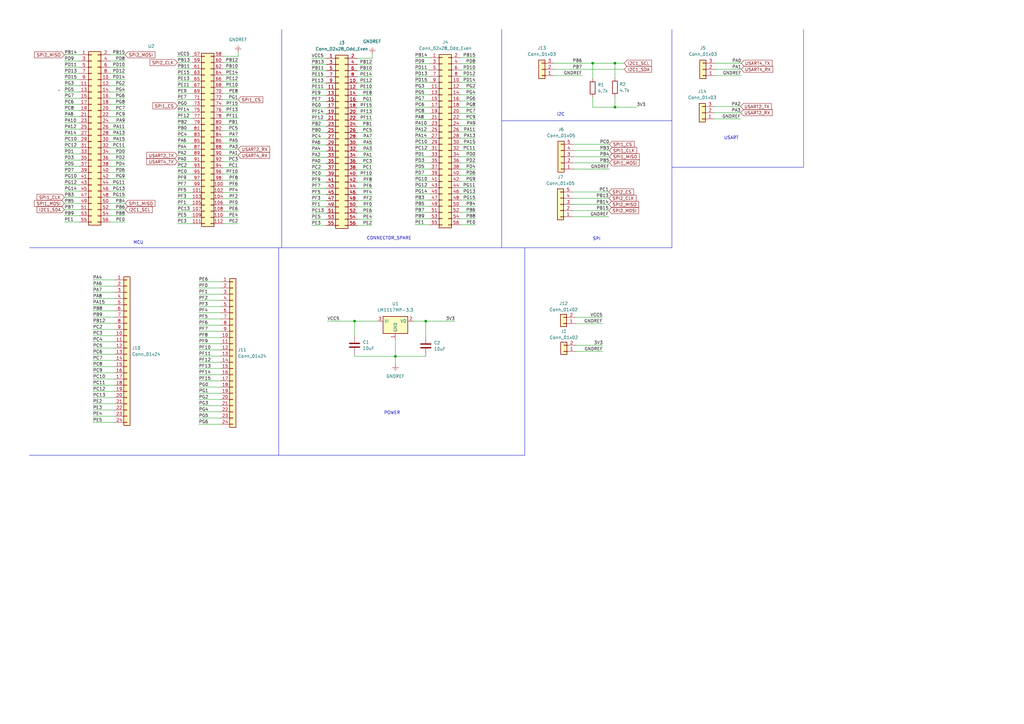
<source format=kicad_sch>
(kicad_sch (version 20230121) (generator eeschema)
  (paper "A3")
  (junction (at 174.625 131.699))
  (junction (at 243.078 25.908))
  (junction (at 145.415 131.699))
  (junction (at 252.222 43.942))
  (junction (at 252.222 25.908))
  (junction (at 162.179 146.177))
  (wire (pts (xy 236.22 132.715) (xy 247.142 132.715)))
  (wire (pts (xy 38.1 160.528) (xy 46.99 160.528)))
  (wire (pts (xy 188.976 33.782) (xy 195.072 33.782)))
  (wire (pts (xy 146.558 79.756) (xy 152.654 79.756)))
  (wire (pts (xy 72.771 23.114) (xy 78.867 23.114)))
  (wire (pts (xy 188.976 69.342) (xy 195.072 69.342)))
  (wire (pts (xy 243.078 25.908) (xy 252.222 25.908)))
  (wire (pts (xy 26.416 32.639) (xy 32.512 32.639)))
  (wire (pts (xy 26.416 75.819) (xy 32.512 75.819)))
  (wire (pts (xy 170.18 26.162) (xy 176.276 26.162)))
  (wire (pts (xy 45.212 78.359) (xy 51.308 78.359)))
  (wire (pts (xy 45.212 70.739) (xy 51.308 70.739)))
  (wire (pts (xy 26.416 78.359) (xy 32.512 78.359)))
  (wire (pts (xy 91.567 73.914) (xy 97.663 73.914)))
  (wire (pts (xy 170.18 61.722) (xy 176.276 61.722)))
  (wire (pts (xy 91.567 63.754) (xy 97.663 63.754)))
  (polyline (pts (xy 329.565 12.065) (xy 329.565 68.58)))
  (polyline (pts (xy 114.3 101.6) (xy 114.3 186.69)))
  (wire (pts (xy 235.204 66.802) (xy 249.936 66.802)))
  (wire (pts (xy 188.976 61.722) (xy 195.072 61.722)))
  (wire (pts (xy 188.976 84.582) (xy 195.072 84.582)))
  (wire (pts (xy 91.567 76.454) (xy 97.663 76.454)))
  (wire (pts (xy 146.558 51.816) (xy 152.654 51.816)))
  (wire (pts (xy 188.976 64.262) (xy 195.072 64.262)))
  (wire (pts (xy 162.179 149.479) (xy 162.179 146.177)))
  (wire (pts (xy 91.567 56.134) (xy 97.663 56.134)))
  (wire (pts (xy 127.762 56.896) (xy 133.858 56.896)))
  (polyline (pts (xy 115.57 12.065) (xy 115.57 101.6)))
  (wire (pts (xy 188.976 66.802) (xy 195.072 66.802)))
  (wire (pts (xy 72.771 71.374) (xy 78.867 71.374)))
  (wire (pts (xy 170.18 84.582) (xy 176.276 84.582)))
  (wire (pts (xy 235.204 61.722) (xy 249.936 61.722)))
  (wire (pts (xy 72.771 58.674) (xy 78.867 58.674)))
  (wire (pts (xy 81.534 168.91) (xy 90.424 168.91)))
  (wire (pts (xy 170.18 76.962) (xy 176.276 76.962)))
  (wire (pts (xy 38.1 152.908) (xy 46.99 152.908)))
  (wire (pts (xy 170.18 46.482) (xy 176.276 46.482)))
  (wire (pts (xy 227.33 25.908) (xy 243.078 25.908)))
  (wire (pts (xy 170.18 92.202) (xy 176.276 92.202)))
  (wire (pts (xy 170.18 66.802) (xy 176.276 66.802)))
  (wire (pts (xy 146.558 44.196) (xy 152.654 44.196)))
  (wire (pts (xy 81.534 166.37) (xy 90.424 166.37)))
  (wire (pts (xy 26.416 40.259) (xy 32.512 40.259)))
  (wire (pts (xy 45.212 45.339) (xy 51.308 45.339)))
  (wire (pts (xy 81.534 156.21) (xy 90.424 156.21)))
  (wire (pts (xy 38.1 130.048) (xy 46.99 130.048)))
  (wire (pts (xy 170.18 31.242) (xy 176.276 31.242)))
  (wire (pts (xy 170.18 82.042) (xy 176.276 82.042)))
  (wire (pts (xy 188.976 54.102) (xy 195.072 54.102)))
  (wire (pts (xy 227.33 30.988) (xy 238.76 30.988)))
  (wire (pts (xy 26.416 22.479) (xy 32.512 22.479)))
  (wire (pts (xy 45.212 58.039) (xy 51.308 58.039)))
  (wire (pts (xy 188.976 71.882) (xy 195.072 71.882)))
  (wire (pts (xy 145.415 131.699) (xy 145.415 137.795)))
  (wire (pts (xy 72.771 76.454) (xy 78.867 76.454)))
  (wire (pts (xy 91.567 61.214) (xy 97.663 61.214)))
  (wire (pts (xy 45.212 47.879) (xy 51.308 47.879)))
  (wire (pts (xy 26.416 27.559) (xy 32.512 27.559)))
  (wire (pts (xy 146.558 54.356) (xy 152.654 54.356)))
  (wire (pts (xy 26.416 83.439) (xy 32.512 83.439)))
  (wire (pts (xy 127.762 39.116) (xy 133.858 39.116)))
  (wire (pts (xy 72.771 38.354) (xy 78.867 38.354)))
  (wire (pts (xy 236.22 130.175) (xy 247.142 130.175)))
  (wire (pts (xy 38.1 147.828) (xy 46.99 147.828)))
  (wire (pts (xy 38.1 127.508) (xy 46.99 127.508)))
  (wire (pts (xy 252.222 43.942) (xy 261.112 43.942)))
  (wire (pts (xy 146.558 64.516) (xy 152.654 64.516)))
  (wire (pts (xy 72.771 68.834) (xy 78.867 68.834)))
  (wire (pts (xy 81.534 130.81) (xy 90.424 130.81)))
  (wire (pts (xy 45.212 37.719) (xy 51.308 37.719)))
  (wire (pts (xy 81.534 163.83) (xy 90.424 163.83)))
  (wire (pts (xy 188.976 49.022) (xy 195.072 49.022)))
  (wire (pts (xy 91.567 38.354) (xy 97.663 38.354)))
  (wire (pts (xy 72.771 48.514) (xy 78.867 48.514)))
  (wire (pts (xy 127.762 92.456) (xy 133.858 92.456)))
  (wire (pts (xy 146.558 87.376) (xy 152.654 87.376)))
  (wire (pts (xy 146.558 36.576) (xy 152.654 36.576)))
  (wire (pts (xy 81.534 153.67) (xy 90.424 153.67)))
  (wire (pts (xy 38.1 142.748) (xy 46.99 142.748)))
  (wire (pts (xy 26.416 52.959) (xy 32.512 52.959)))
  (wire (pts (xy 38.1 145.288) (xy 46.99 145.288)))
  (wire (pts (xy 91.567 71.374) (xy 97.663 71.374)))
  (wire (pts (xy 72.771 73.914) (xy 78.867 73.914)))
  (wire (pts (xy 234.95 81.28) (xy 249.682 81.28)))
  (wire (pts (xy 91.567 78.994) (xy 97.663 78.994)))
  (wire (pts (xy 72.771 61.214) (xy 78.867 61.214)))
  (wire (pts (xy 146.558 74.676) (xy 152.654 74.676)))
  (wire (pts (xy 26.416 70.739) (xy 32.512 70.739)))
  (wire (pts (xy 293.116 48.768) (xy 303.784 48.768)))
  (wire (pts (xy 188.976 38.862) (xy 195.072 38.862)))
  (wire (pts (xy 45.212 42.799) (xy 51.308 42.799)))
  (wire (pts (xy 72.771 86.614) (xy 78.867 86.614)))
  (wire (pts (xy 26.416 68.199) (xy 32.512 68.199)))
  (polyline (pts (xy 115.57 101.6) (xy 205.74 101.6)))
  (wire (pts (xy 72.771 78.994) (xy 78.867 78.994)))
  (wire (pts (xy 72.771 33.274) (xy 78.867 33.274)))
  (wire (pts (xy 38.1 157.988) (xy 46.99 157.988)))
  (wire (pts (xy 38.1 132.588) (xy 46.99 132.588)))
  (wire (pts (xy 146.558 26.416) (xy 152.654 26.416)))
  (wire (pts (xy 72.771 51.054) (xy 78.867 51.054)))
  (wire (pts (xy 127.762 82.296) (xy 133.858 82.296)))
  (wire (pts (xy 127.762 89.916) (xy 133.858 89.916)))
  (wire (pts (xy 293.37 30.988) (xy 304.038 30.988)))
  (wire (pts (xy 127.762 46.736) (xy 133.858 46.736)))
  (wire (pts (xy 81.534 123.19) (xy 90.424 123.19)))
  (wire (pts (xy 170.18 51.562) (xy 176.276 51.562)))
  (wire (pts (xy 188.976 59.182) (xy 195.072 59.182)))
  (wire (pts (xy 293.37 28.448) (xy 304.038 28.448)))
  (wire (pts (xy 146.558 89.916) (xy 152.654 89.916)))
  (wire (pts (xy 293.116 43.688) (xy 303.784 43.688)))
  (wire (pts (xy 234.95 88.9) (xy 249.682 88.9)))
  (wire (pts (xy 38.1 150.368) (xy 46.99 150.368)))
  (wire (pts (xy 45.212 30.099) (xy 51.308 30.099)))
  (wire (pts (xy 235.204 64.262) (xy 249.936 64.262)))
  (wire (pts (xy 188.976 43.942) (xy 195.072 43.942)))
  (wire (pts (xy 188.976 76.962) (xy 195.072 76.962)))
  (wire (pts (xy 243.078 25.908) (xy 243.078 32.258)))
  (wire (pts (xy 91.567 68.834) (xy 97.663 68.834)))
  (wire (pts (xy 38.1 140.208) (xy 46.99 140.208)))
  (wire (pts (xy 26.416 73.279) (xy 32.512 73.279)))
  (wire (pts (xy 45.212 65.659) (xy 51.308 65.659)))
  (wire (pts (xy 127.762 84.836) (xy 133.858 84.836)))
  (wire (pts (xy 38.1 135.128) (xy 46.99 135.128)))
  (wire (pts (xy 45.212 40.259) (xy 51.308 40.259)))
  (wire (pts (xy 127.762 28.956) (xy 133.858 28.956)))
  (wire (pts (xy 72.771 35.814) (xy 78.867 35.814)))
  (wire (pts (xy 188.976 26.162) (xy 195.072 26.162)))
  (wire (pts (xy 146.558 72.136) (xy 152.654 72.136)))
  (wire (pts (xy 170.18 38.862) (xy 176.276 38.862)))
  (wire (pts (xy 81.534 140.97) (xy 90.424 140.97)))
  (wire (pts (xy 146.558 69.596) (xy 152.654 69.596)))
  (wire (pts (xy 91.567 28.194) (xy 97.663 28.194)))
  (wire (pts (xy 26.416 80.899) (xy 32.512 80.899)))
  (wire (pts (xy 188.976 23.622) (xy 195.072 23.622)))
  (wire (pts (xy 38.1 119.888) (xy 46.99 119.888)))
  (wire (pts (xy 127.762 44.196) (xy 133.858 44.196)))
  (polyline (pts (xy 205.74 12.065) (xy 205.74 101.6)))
  (wire (pts (xy 174.625 131.699) (xy 169.799 131.699)))
  (wire (pts (xy 81.534 173.99) (xy 90.424 173.99)))
  (wire (pts (xy 170.18 28.702) (xy 176.276 28.702)))
  (wire (pts (xy 188.976 51.562) (xy 195.072 51.562)))
  (wire (pts (xy 146.558 84.836) (xy 152.654 84.836)))
  (wire (pts (xy 91.567 91.694) (xy 97.663 91.694)))
  (wire (pts (xy 127.762 23.876) (xy 133.858 23.876)))
  (polyline (pts (xy 215.265 186.69) (xy 215.265 101.6)))
  (wire (pts (xy 81.534 115.57) (xy 90.424 115.57)))
  (wire (pts (xy 145.415 131.699) (xy 154.559 131.699)))
  (wire (pts (xy 188.976 87.122) (xy 195.072 87.122)))
  (wire (pts (xy 127.762 51.816) (xy 133.858 51.816)))
  (wire (pts (xy 81.534 161.29) (xy 90.424 161.29)))
  (wire (pts (xy 236.347 141.605) (xy 247.269 141.605)))
  (wire (pts (xy 146.558 41.656) (xy 152.654 41.656)))
  (wire (pts (xy 38.1 163.068) (xy 46.99 163.068)))
  (wire (pts (xy 26.416 85.979) (xy 32.512 85.979)))
  (wire (pts (xy 174.625 146.177) (xy 174.625 145.669)))
  (wire (pts (xy 170.18 79.502) (xy 176.276 79.502)))
  (wire (pts (xy 146.558 28.956) (xy 152.654 28.956)))
  (wire (pts (xy 91.567 66.294) (xy 97.663 66.294)))
  (wire (pts (xy 252.222 25.908) (xy 256.032 25.908)))
  (wire (pts (xy 146.558 61.976) (xy 152.654 61.976)))
  (wire (pts (xy 45.212 35.179) (xy 51.308 35.179)))
  (wire (pts (xy 127.762 72.136) (xy 133.858 72.136)))
  (wire (pts (xy 188.976 41.402) (xy 195.072 41.402)))
  (wire (pts (xy 72.771 84.074) (xy 78.867 84.074)))
  (wire (pts (xy 293.116 46.228) (xy 303.784 46.228)))
  (wire (pts (xy 174.625 131.699) (xy 186.563 131.699)))
  (wire (pts (xy 38.1 165.608) (xy 46.99 165.608)))
  (wire (pts (xy 188.976 56.642) (xy 195.072 56.642)))
  (wire (pts (xy 188.976 92.202) (xy 195.072 92.202)))
  (wire (pts (xy 146.558 34.036) (xy 152.654 34.036)))
  (wire (pts (xy 170.18 71.882) (xy 176.276 71.882)))
  (wire (pts (xy 127.762 77.216) (xy 133.858 77.216)))
  (wire (pts (xy 162.179 146.177) (xy 162.179 139.319)))
  (polyline (pts (xy 205.74 101.6) (xy 275.59 101.6)))
  (wire (pts (xy 146.558 23.876) (xy 152.654 23.876)))
  (wire (pts (xy 170.18 36.322) (xy 176.276 36.322)))
  (wire (pts (xy 72.771 25.654) (xy 78.867 25.654)))
  (wire (pts (xy 234.95 78.74) (xy 249.682 78.74)))
  (wire (pts (xy 45.212 68.199) (xy 51.308 68.199)))
  (wire (pts (xy 91.567 51.054) (xy 97.663 51.054)))
  (wire (pts (xy 72.771 30.734) (xy 78.867 30.734)))
  (wire (pts (xy 170.18 64.262) (xy 176.276 64.262)))
  (wire (pts (xy 252.222 25.908) (xy 252.222 32.004)))
  (wire (pts (xy 127.762 79.756) (xy 133.858 79.756)))
  (wire (pts (xy 91.567 48.514) (xy 97.663 48.514)))
  (wire (pts (xy 91.567 25.654) (xy 97.663 25.654)))
  (polyline (pts (xy 275.59 68.58) (xy 329.565 68.58)))
  (wire (pts (xy 38.1 170.688) (xy 46.99 170.688)))
  (wire (pts (xy 81.534 125.73) (xy 90.424 125.73)))
  (wire (pts (xy 162.179 146.177) (xy 174.625 146.177)))
  (wire (pts (xy 145.415 145.415) (xy 145.415 146.177)))
  (wire (pts (xy 97.663 21.336) (xy 97.663 23.114)))
  (wire (pts (xy 81.534 118.11) (xy 90.424 118.11)))
  (wire (pts (xy 26.416 25.019) (xy 32.512 25.019)))
  (wire (pts (xy 91.567 86.614) (xy 97.663 86.614)))
  (wire (pts (xy 227.33 28.448) (xy 256.032 28.448)))
  (wire (pts (xy 188.976 28.702) (xy 195.072 28.702)))
  (wire (pts (xy 45.212 75.819) (xy 51.308 75.819)))
  (wire (pts (xy 91.567 43.434) (xy 97.663 43.434)))
  (wire (pts (xy 38.1 173.228) (xy 46.99 173.228)))
  (wire (pts (xy 45.212 50.419) (xy 51.308 50.419)))
  (wire (pts (xy 81.534 128.27) (xy 90.424 128.27)))
  (wire (pts (xy 26.416 30.099) (xy 32.512 30.099)))
  (wire (pts (xy 170.18 49.022) (xy 176.276 49.022)))
  (wire (pts (xy 45.212 25.019) (xy 51.308 25.019)))
  (wire (pts (xy 45.212 32.639) (xy 51.308 32.639)))
  (wire (pts (xy 91.567 23.114) (xy 97.663 23.114)))
  (wire (pts (xy 72.771 53.594) (xy 78.867 53.594)))
  (wire (pts (xy 26.416 88.519) (xy 32.512 88.519)))
  (wire (pts (xy 72.771 45.974) (xy 78.867 45.974)))
  (wire (pts (xy 146.558 77.216) (xy 152.654 77.216)))
  (wire (pts (xy 234.95 83.82) (xy 249.682 83.82)))
  (wire (pts (xy 45.212 73.279) (xy 51.308 73.279)))
  (wire (pts (xy 127.762 69.596) (xy 133.858 69.596)))
  (wire (pts (xy 170.18 43.942) (xy 176.276 43.942)))
  (wire (pts (xy 170.18 74.422) (xy 176.276 74.422)))
  (wire (pts (xy 146.558 67.056) (xy 152.654 67.056)))
  (wire (pts (xy 45.212 55.499) (xy 51.308 55.499)))
  (wire (pts (xy 45.212 83.439) (xy 51.308 83.439)))
  (polyline (pts (xy 12.065 186.69) (xy 114.3 186.69)))
  (wire (pts (xy 127.762 41.656) (xy 133.858 41.656)))
  (wire (pts (xy 127.762 31.496) (xy 133.858 31.496)))
  (wire (pts (xy 72.771 40.894) (xy 78.867 40.894)))
  (wire (pts (xy 170.18 54.102) (xy 176.276 54.102)))
  (wire (pts (xy 26.416 42.799) (xy 32.512 42.799)))
  (wire (pts (xy 26.416 63.119) (xy 32.512 63.119)))
  (wire (pts (xy 188.976 31.242) (xy 195.072 31.242)))
  (wire (pts (xy 81.534 138.43) (xy 90.424 138.43)))
  (wire (pts (xy 72.771 81.534) (xy 78.867 81.534)))
  (wire (pts (xy 26.416 35.179) (xy 32.512 35.179)))
  (wire (pts (xy 91.567 58.674) (xy 97.663 58.674)))
  (wire (pts (xy 146.558 56.896) (xy 152.654 56.896)))
  (wire (pts (xy 91.567 81.534) (xy 97.663 81.534)))
  (wire (pts (xy 127.762 87.376) (xy 133.858 87.376)))
  (wire (pts (xy 45.212 85.979) (xy 51.308 85.979)))
  (wire (pts (xy 38.1 114.808) (xy 46.99 114.808)))
  (wire (pts (xy 170.18 41.402) (xy 176.276 41.402)))
  (wire (pts (xy 81.534 158.75) (xy 90.424 158.75)))
  (wire (pts (xy 26.416 58.039) (xy 32.512 58.039)))
  (wire (pts (xy 170.18 23.622) (xy 176.276 23.622)))
  (wire (pts (xy 293.37 25.908) (xy 304.038 25.908)))
  (wire (pts (xy 146.558 46.736) (xy 152.654 46.736)))
  (wire (pts (xy 45.212 80.899) (xy 51.308 80.899)))
  (wire (pts (xy 38.1 155.448) (xy 46.99 155.448)))
  (wire (pts (xy 72.771 89.154) (xy 78.867 89.154)))
  (wire (pts (xy 243.078 43.942) (xy 252.222 43.942)))
  (wire (pts (xy 188.976 89.662) (xy 195.072 89.662)))
  (wire (pts (xy 91.567 33.274) (xy 97.663 33.274)))
  (wire (pts (xy 188.976 74.422) (xy 195.072 74.422)))
  (wire (pts (xy 127.762 59.436) (xy 133.858 59.436)))
  (wire (pts (xy 45.212 22.479) (xy 51.308 22.479)))
  (wire (pts (xy 91.567 30.734) (xy 97.663 30.734)))
  (wire (pts (xy 26.416 45.339) (xy 32.512 45.339)))
  (wire (pts (xy 170.18 87.122) (xy 176.276 87.122)))
  (wire (pts (xy 170.18 33.782) (xy 176.276 33.782)))
  (wire (pts (xy 91.567 84.074) (xy 97.663 84.074)))
  (wire (pts (xy 26.416 65.659) (xy 32.512 65.659)))
  (polyline (pts (xy 205.74 49.53) (xy 275.59 49.53)))
  (wire (pts (xy 170.18 89.662) (xy 176.276 89.662)))
  (wire (pts (xy 252.222 39.624) (xy 252.222 43.942)))
  (wire (pts (xy 26.416 47.879) (xy 32.512 47.879)))
  (wire (pts (xy 188.976 79.502) (xy 195.072 79.502)))
  (wire (pts (xy 26.416 37.719) (xy 32.512 37.719)))
  (wire (pts (xy 174.625 131.699) (xy 174.625 138.049)))
  (wire (pts (xy 38.1 124.968) (xy 46.99 124.968)))
  (wire (pts (xy 45.212 63.119) (xy 51.308 63.119)))
  (wire (pts (xy 91.567 89.154) (xy 97.663 89.154)))
  (wire (pts (xy 127.762 61.976) (xy 133.858 61.976)))
  (wire (pts (xy 235.204 69.342) (xy 249.936 69.342)))
  (wire (pts (xy 146.558 31.496) (xy 152.654 31.496)))
  (wire (pts (xy 81.534 133.35) (xy 90.424 133.35)))
  (wire (pts (xy 72.771 91.694) (xy 78.867 91.694)))
  (wire (pts (xy 81.534 135.89) (xy 90.424 135.89)))
  (wire (pts (xy 188.976 36.322) (xy 195.072 36.322)))
  (wire (pts (xy 127.762 34.036) (xy 133.858 34.036)))
  (wire (pts (xy 127.762 74.676) (xy 133.858 74.676)))
  (wire (pts (xy 146.558 59.436) (xy 152.654 59.436)))
  (wire (pts (xy 26.416 91.059) (xy 32.512 91.059)))
  (wire (pts (xy 146.558 49.276) (xy 152.654 49.276)))
  (wire (pts (xy 81.534 146.05) (xy 90.424 146.05)))
  (wire (pts (xy 127.762 36.576) (xy 133.858 36.576)))
  (wire (pts (xy 81.534 120.65) (xy 90.424 120.65)))
  (wire (pts (xy 45.212 88.519) (xy 51.308 88.519)))
  (wire (pts (xy 45.212 60.579) (xy 51.308 60.579)))
  (wire (pts (xy 170.18 56.642) (xy 176.276 56.642)))
  (wire (pts (xy 170.18 59.182) (xy 176.276 59.182)))
  (wire (pts (xy 72.771 56.134) (xy 78.867 56.134)))
  (wire (pts (xy 243.078 39.878) (xy 243.078 43.942)))
  (wire (pts (xy 188.976 46.482) (xy 195.072 46.482)))
  (wire (pts (xy 145.415 146.177) (xy 162.179 146.177)))
  (wire (pts (xy 146.558 82.296) (xy 152.654 82.296)))
  (wire (pts (xy 127.762 64.516) (xy 133.858 64.516)))
  (wire (pts (xy 236.347 144.145) (xy 247.269 144.145)))
  (polyline (pts (xy 114.3 186.69) (xy 215.265 186.69)))
  (wire (pts (xy 235.204 59.182) (xy 249.936 59.182)))
  (wire (pts (xy 81.534 143.51) (xy 90.424 143.51)))
  (wire (pts (xy 45.212 91.059) (xy 51.308 91.059)))
  (wire (pts (xy 188.976 82.042) (xy 195.072 82.042)))
  (wire (pts (xy 45.212 27.559) (xy 51.308 27.559)))
  (wire (pts (xy 91.567 40.894) (xy 97.663 40.894)))
  (wire (pts (xy 45.212 52.959) (xy 51.308 52.959)))
  (wire (pts (xy 91.567 35.814) (xy 97.663 35.814)))
  (wire (pts (xy 38.1 137.668) (xy 46.99 137.668)))
  (wire (pts (xy 234.95 86.36) (xy 249.682 86.36)))
  (wire (pts (xy 72.771 28.194) (xy 78.867 28.194)))
  (wire (pts (xy 72.771 63.754) (xy 78.867 63.754)))
  (wire (pts (xy 170.18 69.342) (xy 176.276 69.342)))
  (wire (pts (xy 81.534 148.59) (xy 90.424 148.59)))
  (wire (pts (xy 38.1 117.348) (xy 46.99 117.348)))
  (wire (pts (xy 72.771 43.434) (xy 78.867 43.434)))
  (wire (pts (xy 81.534 151.13) (xy 90.424 151.13)))
  (wire (pts (xy 134.239 131.699) (xy 145.415 131.699)))
  (polyline (pts (xy 275.59 12.065) (xy 275.59 101.6)))
  (polyline (pts (xy 12.065 101.6) (xy 115.57 101.6)))
  (wire (pts (xy 38.1 168.148) (xy 46.99 168.148)))
  (wire (pts (xy 26.416 50.419) (xy 32.512 50.419)))
  (wire (pts (xy 91.567 53.594) (xy 97.663 53.594)))
  (wire (pts (xy 146.558 39.116) (xy 152.654 39.116)))
  (wire (pts (xy 127.762 26.416) (xy 133.858 26.416)))
  (wire (pts (xy 127.762 49.276) (xy 133.858 49.276)))
  (wire (pts (xy 152.654 22.098) (xy 152.654 23.876)))
  (wire (pts (xy 91.567 45.974) (xy 97.663 45.974)))
  (wire (pts (xy 81.534 171.45) (xy 90.424 171.45)))
  (wire (pts (xy 127.762 67.056) (xy 133.858 67.056)))
  (wire (pts (xy 38.1 122.428) (xy 46.99 122.428)))
  (wire (pts (xy 146.558 92.456) (xy 152.654 92.456)))
  (wire (pts (xy 26.416 60.579) (xy 32.512 60.579)))
  (wire (pts (xy 127.762 54.356) (xy 133.858 54.356)))
  (wire (pts (xy 26.416 55.499) (xy 32.512 55.499)))
  (wire (pts (xy 72.771 66.294) (xy 78.867 66.294)))
  (text "I2C" (at 228.346 47.752 0) (effects (font (size 1.27 1.27)) (justify left bottom)))
  (text "SPI\n" (at 243.078 98.806 0) (effects (font (size 1.27 1.27)) (justify left bottom)))
  (text "POWER\n" (at 157.48 170.18 0) (effects (font (size 1.27 1.27)) (justify left bottom)))
  (text "CONNECTOR_SPARE\n\n" (at 150.368 100.584 0) (effects (font (size 1.27 1.27)) (justify left bottom)))
  (text "MCU\n\n" (at 54.61 102.362 0) (effects (font (size 1.27 1.27)) (justify left bottom)))
  (text "USART\n" (at 296.926 57.404 0) (effects (font (size 1.27 1.27)) (justify left bottom)))
  (label "PB8" (at 195.072 89.662 180))
  (label "PE7" (at 72.771 40.894 0))
  (label "PC11" (at 195.072 61.722 180))
  (label "PE9" (at 72.771 38.354 0))
  (label "VCC5" (at 72.771 23.114 0))
  (label "PF11" (at 152.654 49.276 180))
  (label "PD8" (at 51.308 25.019 180))
  (label "PC0" (at 249.936 59.182 180))
  (label "PD1" (at 26.416 63.119 0))
  (label "PG3" (at 81.534 166.37 0))
  (label "PF15" (at 152.654 44.196 180))
  (label "PE15" (at 127.762 31.496 0))
  (label "PF10" (at 97.663 71.374 180))
  (label "PB14" (at 26.416 22.479 0))
  (label "PE2" (at 152.654 92.456 180))
  (label "3V3" (at 261.112 43.942 0))
  (label "PD11" (at 26.416 27.559 0))
  (label "PG9" (at 195.072 74.422 180))
  (label "PG8" (at 51.308 42.799 180))
  (label "PA11" (at 195.072 54.102 180))
  (label "PG5" (at 81.534 171.45 0))
  (label "PC0" (at 127.762 72.136 0))
  (label "PA11" (at 51.308 52.959 180))
  (label "PA4" (at 72.771 61.214 0))
  (label "PD15" (at 170.18 33.782 0))
  (label "PG0" (at 72.771 43.434 0))
  (label "PB10" (at 152.654 28.956 180))
  (label "PE9" (at 127.762 39.116 0))
  (label "VCC5" (at 247.142 130.175 180))
  (label "PB6" (at 238.76 25.908 180))
  (label "PD13" (at 26.416 30.099 0))
  (label "PA0" (at 127.762 67.056 0))
  (label "PD9" (at 26.416 25.019 0))
  (label "PG8" (at 195.072 43.942 180))
  (label "PD6" (at 195.072 71.882 180))
  (label "PC10" (at 38.1 155.448 0))
  (label "PG2" (at 51.308 35.179 180))
  (label "PD5" (at 170.18 69.342 0))
  (label "PF10" (at 81.534 143.51 0))
  (label "PC12" (at 38.1 160.528 0))
  (label "PE14" (at 97.663 30.734 180))
  (label "PE8" (at 152.654 39.116 180))
  (label "PC5" (at 38.1 142.748 0))
  (label "PB6" (at 195.072 87.122 180))
  (label "PA6" (at 38.1 117.348 0))
  (label "PC7" (at 38.1 147.828 0))
  (label "PA0" (at 304.038 25.908 180))
  (label "PB3" (at 170.18 82.042 0))
  (label "PG7" (at 26.416 40.259 0))
  (label "PF0" (at 152.654 84.836 180))
  (label "GNDREF" (at 238.76 30.988 180))
  (label "PE1" (at 26.416 91.059 0))
  (label "PA13" (at 51.308 55.499 180))
  (label "PF2" (at 97.663 81.534 180))
  (label "PG13" (at 195.072 79.502 180))
  (label "PF1" (at 72.771 84.074 0))
  (label "PD10" (at 195.072 28.702 180))
  (label "PC12" (at 170.18 61.722 0))
  (label "PG5" (at 170.18 38.862 0))
  (label "PF5" (at 81.534 130.81 0))
  (label "PD14" (at 51.308 32.639 180))
  (label "PF14" (at 127.762 46.736 0))
  (label "PE13" (at 127.762 34.036 0))
  (label "PG15" (at 195.072 82.042 180))
  (label "PE3" (at 38.1 168.148 0))
  (label "PA3" (at 97.663 61.214 180))
  (label "GNDREF" (at 249.682 88.9 180))
  (label "PC10" (at 26.416 58.039 0))
  (label "PE1" (at 170.18 92.202 0))
  (label "PA6" (at 72.771 58.674 0))
  (label "PD7" (at 26.416 70.739 0))
  (label "PG1" (at 97.663 40.894 180))
  (label "PF4" (at 152.654 79.756 180))
  (label "PD12" (at 51.308 30.099 180))
  (label "PF6" (at 81.534 133.35 0))
  (label "PC10" (at 170.18 59.182 0))
  (label "PB15" (at 249.682 86.36 180))
  (label "PB2" (at 127.762 51.816 0))
  (label "PB15" (at 51.308 22.479 180))
  (label "PE13" (at 72.771 33.274 0))
  (label "PG0" (at 81.534 158.75 0))
  (label "PE12" (at 152.654 34.036 180))
  (label "PA15" (at 38.1 124.968 0))
  (label "PC7" (at 51.308 45.339 180))
  (label "PB1" (at 97.663 51.054 180))
  (label "GNDREF" (at 247.269 144.145 180))
  (label "PB13" (at 249.682 81.28 180))
  (label "PG6" (at 81.534 173.99 0))
  (label "PD10" (at 51.308 27.559 180))
  (label "PA0" (at 72.771 66.294 0))
  (label "PF4" (at 81.534 128.27 0))
  (label "PE7" (at 127.762 41.656 0))
  (label "PE6" (at 152.654 87.376 180))
  (label "PF1" (at 127.762 84.836 0))
  (label "PB0" (at 127.762 54.356 0))
  (label "PA6" (at 127.762 59.436 0))
  (label "3V3" (at 186.563 131.699 180))
  (label "PD3" (at 170.18 66.802 0))
  (label "GNDREF" (at 304.038 30.988 180))
  (label "PB3" (at 249.936 61.722 180))
  (label "PC7" (at 195.072 46.482 180))
  (label "PA4" (at 127.762 61.976 0))
  (label "PD11" (at 170.18 28.702 0))
  (label "PA10" (at 170.18 51.562 0))
  (label "PB5" (at 170.18 84.582 0))
  (label "PG4" (at 195.072 38.862 180))
  (label "PE11" (at 127.762 36.576 0))
  (label "PC11" (at 38.1 157.988 0))
  (label "GNDREF" (at 249.936 69.342 180))
  (label "PC12" (at 26.416 60.579 0))
  (label "PG13" (at 51.308 78.359 180))
  (label "PG3" (at 170.18 36.322 0))
  (label "PC5" (at 97.663 53.594 180))
  (label "PE15" (at 72.771 30.734 0))
  (label "PC5" (at 152.654 54.356 180))
  (label "PF0" (at 97.663 84.074 180))
  (label "PF12" (at 81.534 148.59 0))
  (label "PG14" (at 26.416 78.359 0))
  (label "PE5" (at 38.1 173.228 0))
  (label "PG1" (at 81.534 161.29 0))
  (label "PF15" (at 97.663 43.434 180))
  (label "PE3" (at 127.762 92.456 0))
  (label "PC3" (at 97.663 66.294 180))
  (label "PF11" (at 81.534 146.05 0))
  (label "PB9" (at 170.18 89.662 0))
  (label "PE4" (at 97.663 89.154 180))
  (label "PE12" (at 97.663 33.274 180))
  (label "PG2" (at 81.534 163.83 0))
  (label "PD2" (at 51.308 65.659 180))
  (label "PE3" (at 72.771 91.694 0))
  (label "PA3" (at 303.784 46.228 180))
  (label "PA7" (at 97.663 56.134 180))
  (label "PE14" (at 152.654 31.496 180))
  (label "PE0" (at 51.308 91.059 180))
  (label "PF13" (at 152.654 46.736 180))
  (label "PA4" (at 38.1 114.808 0))
  (label "PD3" (at 26.416 65.659 0))
  (label "PC13" (at 72.771 86.614 0))
  (label "PB4" (at 249.936 64.262 180))
  (label "PG11" (at 51.308 75.819 180))
  (label "PC8" (at 26.416 45.339 0))
  (label "PC1" (at 97.663 68.834 180))
  (label "PA1" (at 304.038 28.448 180))
  (label "PA9" (at 51.308 50.419 180))
  (label "PG12" (at 26.416 75.819 0))
  (label "PF9" (at 72.771 73.914 0))
  (label "PC6" (at 26.416 42.799 0))
  (label "PC4" (at 72.771 56.134 0))
  (label "PA7" (at 152.654 56.896 180))
  (label "PE10" (at 152.654 36.576 180))
  (label "PC4" (at 38.1 140.208 0))
  (label "PF14" (at 81.534 153.67 0))
  (label "PD0" (at 195.072 64.262 180))
  (label "PD14" (at 195.072 33.782 180))
  (label "PD9" (at 170.18 26.162 0))
  (label "PF3" (at 127.762 82.296 0))
  (label "PA8" (at 170.18 49.022 0))
  (label "PB9" (at 26.416 88.519 0))
  (label "PB14" (at 170.18 23.622 0))
  (label "PG12" (at 170.18 76.962 0))
  (label "PF9" (at 127.762 74.676 0))
  (label "VCC5" (at 127.762 23.876 0))
  (label "PG5" (at 26.416 37.719 0))
  (label "PC2" (at 72.771 68.834 0))
  (label "PD6" (at 51.308 70.739 180))
  (label "PF6" (at 152.654 77.216 180))
  (label "PC3" (at 152.654 67.056 180))
  (label "PE11" (at 72.771 35.814 0))
  (label "PB12" (at 152.654 26.416 180))
  (label "PG2" (at 195.072 36.322 180))
  (label "PB14" (at 249.682 83.82 180))
  (label "PA13" (at 195.072 56.642 180))
  (label "PG6" (at 195.072 41.402 180))
  (label "PA1" (at 97.663 63.754 180))
  (label "PA2" (at 127.762 64.516 0))
  (label "PD13" (at 170.18 31.242 0))
  (label "PF14" (at 72.771 45.974 0))
  (label "PD4" (at 51.308 68.199 180))
  (label "3V3" (at 247.269 141.605 180))
  (label "PD7" (at 170.18 71.882 0))
  (label "PF8" (at 81.534 138.43 0))
  (label "PA15" (at 51.308 58.039 180))
  (label "PE6" (at 97.663 86.614 180))
  (label "PG3" (at 26.416 35.179 0))
  (label "PF2" (at 81.534 123.19 0))
  (label "PG4" (at 81.534 168.91 0))
  (label "PG15" (at 51.308 80.899 180))
  (label "PD0" (at 51.308 63.119 180))
  (label "PB7" (at 26.416 85.979 0))
  (label "PC2" (at 127.762 69.596 0))
  (label "PB3" (at 26.416 80.899 0))
  (label "PB11" (at 127.762 28.956 0))
  (label "PG11" (at 195.072 76.962 180))
  (label "PF12" (at 127.762 49.276 0))
  (label "PB5" (at 26.416 83.439 0))
  (label "PB11" (at 72.771 28.194 0))
  (label "PC6" (at 38.1 145.288 0))
  (label "PA5" (at 152.654 59.436 180))
  (label "PC9" (at 51.308 47.879 180))
  (label "PA1" (at 152.654 64.516 180))
  (label "GNDREF" (at 247.142 132.715 180))
  (label "PF3" (at 72.771 81.534 0))
  (label "PC4" (at 127.762 56.896 0))
  (label "PG4" (at 51.308 37.719 180))
  (label "PF4" (at 97.663 78.994 180))
  (label "PF5" (at 72.771 78.994 0))
  (label "PA12" (at 26.416 52.959 0))
  (label "PF10" (at 152.654 72.136 180))
  (label "PF8" (at 152.654 74.676 180))
  (label "PB1" (at 152.654 51.816 180))
  (label "PA14" (at 170.18 56.642 0))
  (label "PE5" (at 127.762 89.916 0))
  (label "PA14" (at 26.416 55.499 0))
  (label "PA10" (at 26.416 50.419 0))
  (label "PG10" (at 26.416 73.279 0))
  (label "PD15" (at 26.416 32.639 0))
  (label "PG14" (at 170.18 79.502 0))
  (label "PE0" (at 195.072 92.202 180))
  (label "PB15" (at 195.072 23.622 180))
  (label "PB4" (at 51.308 83.439 180))
  (label "PF3" (at 81.534 125.73 0))
  (label "PC6" (at 170.18 43.942 0))
  (label "PC1" (at 152.654 69.596 180))
  (label "PG9" (at 51.308 73.279 180))
  (label "PB13" (at 72.771 25.654 0))
  (label "PF7" (at 72.771 76.454 0))
  (label "PE8" (at 97.663 38.354 180))
  (label "PE4" (at 152.654 89.916 180))
  (label "PD8" (at 195.072 26.162 180))
  (label "PF9" (at 81.534 140.97 0))
  (label "PG7" (at 170.18 41.402 0))
  (label "PG6" (at 51.308 40.259 180))
  (label "PF7" (at 127.762 77.216 0))
  (label "PA2" (at 303.784 43.688 180))
  (label "PD2" (at 195.072 66.802 180))
  (label "PB2" (at 72.771 51.054 0))
  (label "PD4" (at 195.072 69.342 180))
  (label "PD5" (at 26.416 68.199 0))
  (label "PF2" (at 152.654 82.296 180))
  (label "PB8" (at 51.308 88.519 180))
  (label "PC8" (at 170.18 46.482 0))
  (label "PD12" (at 195.072 31.242 180))
  (label "PF7" (at 81.534 135.89 0))
  (label "PB8" (at 38.1 127.508 0))
  (label "PB0" (at 72.771 53.594 0))
  (label "PB5" (at 249.936 66.802 180))
  (label "PC13" (at 127.762 87.376 0))
  (label "PG1" (at 152.654 41.656 180))
  (label "PC8" (at 38.1 150.368 0))
  (label "PE10" (at 97.663 35.814 180))
  (label "PF1" (at 81.534 120.65 0))
  (label "PD1" (at 170.18 64.262 0))
  (label "PB4" (at 195.072 84.582 180))
  (label "PC2" (at 38.1 135.128 0))
  (label "PC9" (at 38.1 152.908 0))
  (label "PF12" (at 72.771 48.514 0))
  (label "PE2" (at 38.1 165.608 0))
  (label "PA3" (at 152.654 61.976 180))
  (label "PC13" (at 38.1 163.068 0))
  (label "PA7" (at 38.1 119.888 0))
  (label "PB7" (at 170.18 87.122 0))
  (label "PA5" (at 97.663 58.674 180))
  (label "PA2" (at 72.771 63.754 0))
  (label "PG10" (at 170.18 74.422 0))
  (label "PE2" (at 97.663 91.694 180))
  (label "PF13" (at 81.534 151.13 0))
  (label "PB7" (at 238.76 28.448 180))
  (label "PB12" (at 97.663 25.654 180))
  (label "PE4" (at 38.1 170.688 0))
  (label "PB9" (at 38.1 130.048 0))
  (label "PC11" (at 51.308 60.579 180))
  (label "PB12" (at 38.1 132.588 0))
  (label "VCC5" (at 134.239 131.699 0))
  (label "PA8" (at 26.416 47.879 0))
  (label "PF15" (at 81.534 156.21 0))
  (label "PC9" (at 195.072 49.022 180))
  (label "PG0" (at 127.762 44.196 0))
  (label "PB13" (at 127.762 26.416 0))
  (label "PF8" (at 97.663 73.914 180))
  (label "GNDREF" (at 303.784 48.768 180))
  (label "PA8" (at 38.1 122.428 0))
  (label "PC3" (at 38.1 137.668 0))
  (label "PB10" (at 97.663 28.194 180))
  (label "PA15" (at 195.072 59.182 180))
  (label "PE5" (at 72.771 89.154 0))
  (label "PF13" (at 97.663 45.974 180))
  (label "PF5" (at 127.762 79.756 0))
  (label "PF6" (at 97.663 76.454 180))
  (label "PA12" (at 170.18 54.102 0))
  (label "PC1" (at 249.682 78.74 180))
  (label "PF11" (at 97.663 48.514 180))
  (label "PC0" (at 72.771 71.374 0))
  (label "PB6" (at 51.308 85.979 180))
  (label "PA9" (at 195.072 51.562 180))
  (label "PE6" (at 81.534 115.57 0))
  (label "PF0" (at 81.534 118.11 0))
  (global_label "SPI2_CLK" (shape input) (at 72.771 25.654 180) (property "Intersheetrefs" "${INTERSHEET_REFS}" (effects hide)))
  (global_label "USART2_RX" (shape input) (at 97.663 61.214 0) (property "Intersheetrefs" "${INTERSHEET_REFS}" (effects hide)))
  (global_label "USART2_TX" (shape input) (at 72.771 63.754 180) (property "Intersheetrefs" "${INTERSHEET_REFS}" (effects hide)))
  (global_label "SPI2_CLK" (shape input) (at 249.682 81.28 0) (property "Intersheetrefs" "${INTERSHEET_REFS}" (effects hide)))
  (global_label "USART2_TX" (shape input) (at 303.784 43.688 0) (property "Intersheetrefs" "${INTERSHEET_REFS}" (effects hide)))
  (global_label "I2C1_SCL" (shape input) (at 51.308 85.979 0) (property "Intersheetrefs" "${INTERSHEET_REFS}" (effects hide)))
  (global_label "SPI1_CS" (shape input) (at 72.771 43.434 180) (property "Intersheetrefs" "${INTERSHEET_REFS}" (effects hide)))
  (global_label "I2C1_SCL" (shape input) (at 256.032 25.908 0) (property "Intersheetrefs" "${INTERSHEET_REFS}" (effects hide)))
  (global_label "SPI1_CS" (shape input) (at 97.663 40.894 0) (property "Intersheetrefs" "${INTERSHEET_REFS}" (effects hide)))
  (global_label "I2C1_SDA" (shape input) (at 26.416 85.979 180) (property "Intersheetrefs" "${INTERSHEET_REFS}" (effects hide)))
  (global_label "SPI1_MISO" (shape input) (at 249.936 64.262 0) (property "Intersheetrefs" "${INTERSHEET_REFS}" (effects hide)))
  (global_label "SPI1_CS" (shape input) (at 249.936 59.182 0) (property "Intersheetrefs" "${INTERSHEET_REFS}" (effects hide)))
  (global_label "SPI2_CS" (shape input) (at 249.682 78.74 0) (property "Intersheetrefs" "${INTERSHEET_REFS}" (effects hide)))
  (global_label "SPI2_MISO" (shape input) (at 249.682 83.82 0) (property "Intersheetrefs" "${INTERSHEET_REFS}" (effects hide)))
  (global_label "SPI1_CLK" (shape input) (at 26.416 80.899 180) (property "Intersheetrefs" "${INTERSHEET_REFS}" (effects hide)))
  (global_label "SPI1_MOSI" (shape input) (at 26.416 83.439 180) (property "Intersheetrefs" "${INTERSHEET_REFS}" (effects hide)))
  (global_label "SPI2_MOSI" (shape input) (at 249.682 86.36 0) (property "Intersheetrefs" "${INTERSHEET_REFS}" (effects hide)))
  (global_label "USART4_RX" (shape input) (at 304.038 28.448 0) (property "Intersheetrefs" "${INTERSHEET_REFS}" (effects hide)))
  (global_label "USART2_RX" (shape input) (at 303.784 46.228 0) (property "Intersheetrefs" "${INTERSHEET_REFS}" (effects hide)))
  (global_label "SPI2_MOSI" (shape input) (at 51.308 22.479 0) (property "Intersheetrefs" "${INTERSHEET_REFS}" (effects hide)))
  (global_label "USART4_TX" (shape input) (at 304.038 25.908 0) (property "Intersheetrefs" "${INTERSHEET_REFS}" (effects hide)))
  (global_label "USART4_RX" (shape input) (at 97.663 63.754 0) (property "Intersheetrefs" "${INTERSHEET_REFS}" (effects hide)))
  (global_label "USART4_TX" (shape input) (at 72.771 66.294 180) (property "Intersheetrefs" "${INTERSHEET_REFS}" (effects hide)))
  (global_label "SPI2_MISO" (shape input) (at 26.416 22.479 180) (property "Intersheetrefs" "${INTERSHEET_REFS}" (effects hide)))
  (global_label "SPI1_MISO" (shape input) (at 51.308 83.439 0) (property "Intersheetrefs" "${INTERSHEET_REFS}" (effects hide)))
  (global_label "SPI1_MOSI" (shape input) (at 249.936 66.802 0) (property "Intersheetrefs" "${INTERSHEET_REFS}" (effects hide)))
  (global_label "SPI1_CLK" (shape input) (at 249.936 61.722 0) (property "Intersheetrefs" "${INTERSHEET_REFS}" (effects hide)))
  (global_label "I2C1_SDA" (shape input) (at 256.032 28.448 0) (property "Intersheetrefs" "${INTERSHEET_REFS}" (effects hide)))
  (symbol (lib_id "Connector_Generic:Conn_01x05") (at 229.87 83.82 180) (unit 1)
    (property "Reference" "J7" (at 229.87 72.644 0))
    (property "Value" "Conn_01x05" (at 229.87 75.184 0))
  )
  (symbol (lib_id "Device:R") (at 243.078 36.068 0) (unit 1)
    (property "Reference" "R1" (at 245.11 34.798 0) (effects (justify left)))
    (property "Value" "4.7k" (at 245.11 37.338 0) (effects (justify left)))
  )
  (symbol (lib_id "Device:R") (at 252.222 35.814 0) (unit 1)
    (property "Reference" "R2" (at 254 34.544 0) (effects (justify left)))
    (property "Value" "4.7k" (at 254 37.084 0) (effects (justify left)))
  )
  (symbol (lib_id "Connector_Generic:Conn_01x02") (at 231.267 144.145 180) (unit 1)
    (property "Reference" "J1" (at 231.267 135.89 0))
    (property "Value" "Conn_01x02" (at 231.267 138.43 0))
  )
  (symbol (lib_id "Connector_Generic:Conn_01x05") (at 230.124 64.262 180) (unit 1)
    (property "Reference" "J6" (at 230.124 53.086 0))
    (property "Value" "Conn_01x05" (at 230.124 55.626 0))
  )
  (symbol (lib_id "Connector_Generic:Conn_01x03") (at 288.29 28.448 180) (unit 1)
    (property "Reference" "J5" (at 288.29 19.685 0))
    (property "Value" "Conn_01x03" (at 288.29 22.225 0))
  )
  (symbol (lib_id "Connector_Generic:Conn_01x03") (at 222.25 28.448 180) (unit 1)
    (property "Reference" "J13" (at 222.25 19.685 0))
    (property "Value" "Conn_01x03" (at 222.25 22.225 0))
  )
  (symbol (lib_id "Connector_Generic:Conn_01x24") (at 95.504 143.51 0) (unit 1)
    (property "Reference" "J11" (at 97.536 143.51 0) (effects (justify left)))
    (property "Value" "Conn_01x24" (at 97.536 146.05 0) (effects (justify left)))
  )
  (symbol (lib_id "Connector_Generic:Conn_01x03") (at 288.036 46.228 180) (unit 1)
    (property "Reference" "J14" (at 288.036 37.465 0))
    (property "Value" "Conn_01x03" (at 288.036 40.005 0))
  )
  (symbol (lib_id "Regulator_Linear:LM1117MP-3.3") (at 162.179 131.699 0) (unit 1)
    (property "Reference" "U1" (at 162.179 124.587 0))
    (property "Value" "LM1117MP-3.3" (at 162.179 127.127 0))
    (property "Footprint" "Package_TO_SOT_SMD:SOT-223-3_TabPin2" (effects hide))
    (property "Datasheet" "http://www.ti.com/lit/ds/symlink/lm1117.pdf" (effects hide))
  )
  (symbol (lib_id "Connector_Generic:Conn_02x28_Odd_Even") (at 181.356 56.642 0) (unit 1)
    (property "Reference" "J4" (at 182.626 17.272 0))
    (property "Value" "Conn_02x28_Odd_Even" (at 182.626 19.812 0))
    (property "Footprint" "NEUDC:MCU_left" (effects hide))
  )
  (symbol (lib_id "Connector_Generic:Conn_01x02") (at 231.14 132.715 180) (unit 1)
    (property "Reference" "J12" (at 231.14 124.46 0))
    (property "Value" "Conn_01x02" (at 231.14 127 0))
  )
  (symbol (lib_id "power:GNDREF") (at 162.179 149.479 0) (unit 1)
    (property "Reference" "#PWR03" (effects hide))
    (property "Value" "GNDREF" (at 162.179 154.305 0))
  )
  (symbol (lib_id "power:GNDREF") (at 97.663 21.336 180) (unit 1)
    (property "Reference" "#PWR04" (effects hide))
    (property "Value" "GNDREF" (at 97.663 16.256 0))
  )
  (symbol (lib_id "power:GNDREF") (at 152.654 22.098 180) (unit 1)
    (property "Reference" "#PWR02" (effects hide))
    (property "Value" "GNDREF" (at 152.654 17.018 0))
  )
  (symbol (lib_id "Connector_Generic:Conn_01x24") (at 52.07 142.748 0) (unit 1)
    (property "Reference" "J10" (at 54.102 142.748 0) (effects (justify left)))
    (property "Value" "Conn_01x24" (at 54.102 145.288 0) (effects (justify left)))
  )
  (symbol (lib_id "Connector_Generic:Conn_02x28_Odd_Even") (at 138.938 56.896 0) (unit 1)
    (property "Reference" "J3" (at 140.208 17.526 0))
    (property "Value" "Conn_02x28_Odd_Even" (at 140.208 20.066 0))
    (property "Footprint" "NEUDC:MCU_right" (effects hide))
  )
  (symbol (lib_id "NEUDC:qimin") (at 24.257 37.084 0) (unit 1)
    (property "Reference" "U2" (at 62.0395 18.923 0))
    (property "Value" "~" (at 24.257 37.084 0))
    (property "Footprint" "NEUDC:qimin" (effects hide))
  )
  (symbol (lib_id "Device:C") (at 145.415 141.605 0) (unit 1)
    (property "Reference" "C1" (at 148.717 140.335 0) (effects (justify left)))
    (property "Value" "10uF" (at 148.717 142.875 0) (effects (justify left)))
  )
  (symbol (lib_id "Device:C") (at 174.625 141.859 0) (unit 1)
    (property "Reference" "C2" (at 177.927 140.589 0) (effects (justify left)))
    (property "Value" "10uF" (at 177.927 143.129 0) (effects (justify left)))
  )
)
</source>
